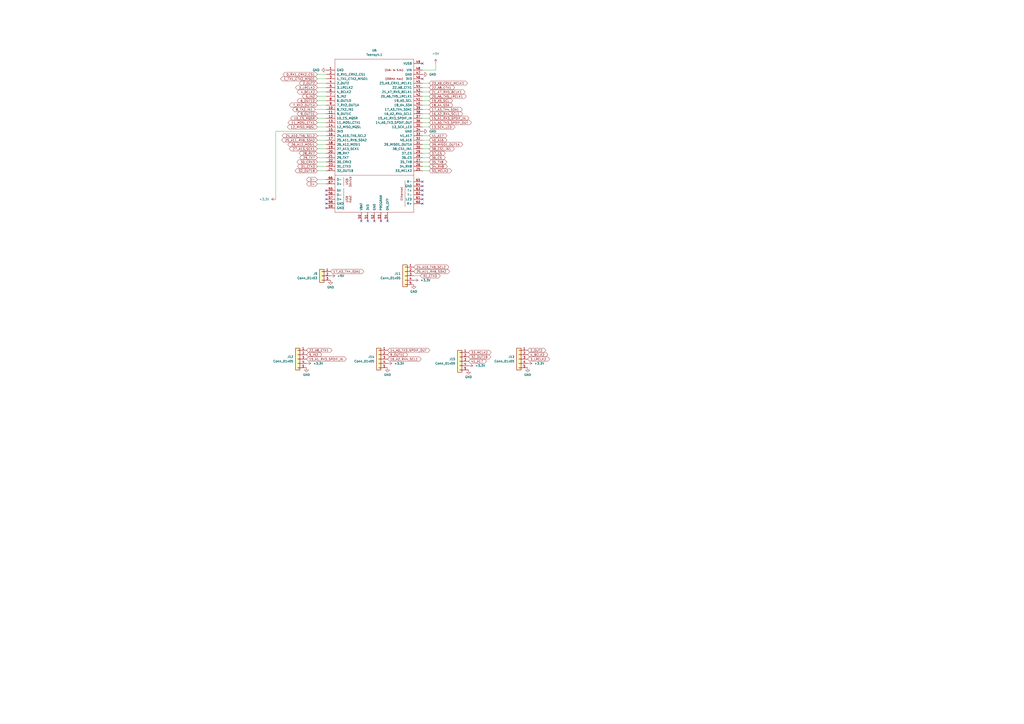
<source format=kicad_sch>
(kicad_sch (version 20231120) (generator "eeschema") (generator_version "8.0")
  (paper "A2")
  (lib_symbols
    (symbol "Connector_Generic:Conn_01x03" (pin_names (offset 1.016) hide)
      (property "Reference" "J" (at 0 5.08 0))
      (property "Value" "Conn_01x03" (at 0 -5.08 0))
      (symbol "Conn_01x03_1_1"
        (rectangle (start -1.27 -2.413) (end 0 -2.667) (stroke (width 0.1524)))
        (rectangle (start -1.27 0.127) (end 0 -0.127) (stroke (width 0.1524)))
        (rectangle (start -1.27 2.667) (end 0 2.413) (stroke (width 0.1524)))
        (rectangle (start -1.27 3.81) (end 1.27 -3.81) (stroke (width 0.254)) (fill (type background)))
        (pin passive line (at -5.08 2.54 0) (length 3.81) (name "Pin_1") (number "1"))
        (pin passive line (at -5.08 0 0) (length 3.81) (name "Pin_2") (number "2"))
        (pin passive line (at -5.08 -2.54 0) (length 3.81) (name "Pin_3") (number "3"))
      )
    )
    (symbol "Connector_Generic:Conn_01x05" (pin_names (offset 1.016) hide)
      (property "Reference" "J" (at 0 7.62 0))
      (property "Value" "Conn_01x05" (at 0 -7.62 0))
      (symbol "Conn_01x05_1_1"
        (rectangle (start -1.27 -4.953) (end 0 -5.207) (stroke (width 0.1524)))
        (rectangle (start -1.27 -2.413) (end 0 -2.667) (stroke (width 0.1524)))
        (rectangle (start -1.27 0.127) (end 0 -0.127) (stroke (width 0.1524)))
        (rectangle (start -1.27 2.667) (end 0 2.413) (stroke (width 0.1524)))
        (rectangle (start -1.27 5.207) (end 0 4.953) (stroke (width 0.1524)))
        (rectangle (start -1.27 6.35) (end 1.27 -6.35) (stroke (width 0.254)) (fill (type background)))
        (pin passive line (at -5.08 5.08 0) (length 3.81) (name "Pin_1") (number "1"))
        (pin passive line (at -5.08 2.54 0) (length 3.81) (name "Pin_2") (number "2"))
        (pin passive line (at -5.08 0 0) (length 3.81) (name "Pin_3") (number "3"))
        (pin passive line (at -5.08 -2.54 0) (length 3.81) (name "Pin_4") (number "4"))
        (pin passive line (at -5.08 -5.08 0) (length 3.81) (name "Pin_5") (number "5"))
      )
    )
    (symbol "power:+3.3V" (power) (pin_names (offset 0))
      (property "Value" "+3.3V" (at 0 3.556 0))
      (symbol "+3.3V_0_1"
        (polyline (pts (xy -0.762 1.27) (xy 0 2.54)))
        (polyline (pts (xy 0 0) (xy 0 2.54)))
        (polyline (pts (xy 0 2.54) (xy 0.762 1.27)))
      )
      (symbol "+3.3V_1_1"
        (pin power_in line (at 0 0 90) (length 0) hide (name "+3.3V") (number "1"))
      )
    )
    (symbol "power:+5V" (power) (pin_names (offset 0))
      (property "Value" "+5V" (at 0 3.556 0))
      (symbol "+5V_0_1"
        (polyline (pts (xy -0.762 1.27) (xy 0 2.54)))
        (polyline (pts (xy 0 0) (xy 0 2.54)))
        (polyline (pts (xy 0 2.54) (xy 0.762 1.27)))
      )
      (symbol "+5V_1_1"
        (pin power_in line (at 0 0 90) (length 0) hide (name "+5V") (number "1"))
      )
    )
    (symbol "power:GND" (power) (pin_names (offset 0))
      (property "Value" "GND" (at 0 -3.81 0))
      (symbol "GND_0_1"
        (polyline (pts (xy 0 0) (xy 0 -1.27) (xy 1.27 -1.27) (xy 0 -2.54) (xy -1.27 -1.27) (xy 0 -1.27)))
      )
      (symbol "GND_1_1"
        (pin power_in line (at 0 0 270) (length 0) hide (name "GND") (number "1"))
      )
    )
    (symbol "teensy:Teensy4.1" (pin_names (offset 1.016))
      (property "Reference" "U" (at 0 64.77 0))
      (property "Value" "Teensy4.1" (at 0 62.23 0))
      (symbol "Teensy4.1_0_0"
        (polyline (pts (xy -22.86 -6.35) (xy 22.86 -6.35)))
        (polyline (pts (xy -17.78 -26.67) (xy -17.78 -13.97)))
        (polyline (pts (xy -17.78 -7.62) (xy -17.78 -12.7)))
        (polyline (pts (xy 17.78 -9.525) (xy 17.78 -24.765)))
        (text "(250mA max)" (at 11.43 49.53 0) (effects (font (size 1.016 1.016))))
        (text "(3.6v to 5.5v)" (at 11.43 54.61 0) (effects (font (size 1.016 1.016))))
        (text "Device" (at -13.97 -10.16 900) (effects (font (size 1.27 1.27))))
        (text "Ethernet" (at 15.875 -17.145 900) (effects (font (size 1.27 1.27))))
        (text "Host" (at -13.97 -20.32 900) (effects (font (size 1.27 1.27))))
        (text "USB" (at -15.875 -20.32 900) (effects (font (size 1.27 1.27))))
        (text "USB" (at -15.875 -10.16 900) (effects (font (size 1.27 1.27))))
        (pin bidirectional line (at -27.94 31.75 0) (length 5.08) (name "8_TX2_IN1") (number "10"))
        (pin bidirectional line (at -27.94 29.21 0) (length 5.08) (name "9_OUT1C") (number "11"))
        (pin bidirectional line (at -27.94 26.67 0) (length 5.08) (name "10_CS_MQSR") (number "12"))
        (pin bidirectional line (at -27.94 24.13 0) (length 5.08) (name "11_MOSI_CTX1") (number "13"))
        (pin bidirectional line (at -27.94 21.59 0) (length 5.08) (name "12_MISO_MQSL") (number "14"))
        (pin power_in line (at -27.94 19.05 0) (length 5.08) (name "3V3") (number "15"))
        (pin bidirectional line (at -27.94 16.51 0) (length 5.08) (name "24_A10_TX6_SCL2") (number "16"))
        (pin bidirectional line (at -27.94 13.97 0) (length 5.08) (name "25_A11_RX6_SDA2") (number "17"))
        (pin bidirectional line (at -27.94 11.43 0) (length 5.08) (name "26_A12_MOSI1") (number "18"))
        (pin bidirectional line (at -27.94 8.89 0) (length 5.08) (name "27_A13_SCK1") (number "19"))
        (pin bidirectional line (at -27.94 6.35 0) (length 5.08) (name "28_RX7") (number "20"))
        (pin bidirectional line (at -27.94 3.81 0) (length 5.08) (name "29_TX7") (number "21"))
        (pin bidirectional line (at -27.94 1.27 0) (length 5.08) (name "30_CRX3") (number "22"))
        (pin bidirectional line (at -27.94 -1.27 0) (length 5.08) (name "31_CTX3") (number "23"))
        (pin bidirectional line (at -27.94 -3.81 0) (length 5.08) (name "32_OUT1B") (number "24"))
        (pin bidirectional line (at 27.94 -3.81 180) (length 5.08) (name "33_MCLK2") (number "25"))
        (pin bidirectional line (at 27.94 -1.27 180) (length 5.08) (name "34_RX8") (number "26"))
        (pin bidirectional line (at 27.94 1.27 180) (length 5.08) (name "35_TX8") (number "27"))
        (pin bidirectional line (at 27.94 3.81 180) (length 5.08) (name "36_CS") (number "28"))
        (pin bidirectional line (at 27.94 6.35 180) (length 5.08) (name "37_CS") (number "29"))
        (pin bidirectional line (at 27.94 8.89 180) (length 5.08) (name "38_CS1_IN1") (number "30"))
        (pin bidirectional line (at 27.94 11.43 180) (length 5.08) (name "39_MISO1_OUT1A") (number "31"))
        (pin bidirectional line (at 27.94 13.97 180) (length 5.08) (name "40_A16") (number "32"))
        (pin bidirectional line (at 27.94 16.51 180) (length 5.08) (name "41_A17") (number "33"))
        (pin bidirectional line (at 27.94 21.59 180) (length 5.08) (name "13_SCK_LED") (number "35"))
        (pin bidirectional line (at 27.94 24.13 180) (length 5.08) (name "14_A0_TX3_SPDIF_OUT") (number "36"))
        (pin bidirectional line (at 27.94 26.67 180) (length 5.08) (name "15_A1_RX3_SPDIF_IN") (number "37"))
        (pin bidirectional line (at 27.94 29.21 180) (length 5.08) (name "16_A2_RX4_SCL1") (number "38"))
        (pin bidirectional line (at 27.94 31.75 180) (length 5.08) (name "17_A3_TX4_SDA1") (number "39"))
        (pin bidirectional line (at 27.94 34.29 180) (length 5.08) (name "18_A4_SDA") (number "40"))
        (pin bidirectional line (at 27.94 36.83 180) (length 5.08) (name "19_A5_SCL") (number "41"))
        (pin bidirectional line (at 27.94 39.37 180) (length 5.08) (name "20_A6_TX5_LRCLK1") (number "42"))
        (pin bidirectional line (at 27.94 41.91 180) (length 5.08) (name "21_A7_RX5_BCLK1") (number "43"))
        (pin bidirectional line (at 27.94 44.45 180) (length 5.08) (name "22_A8_CTX1") (number "44"))
        (pin bidirectional line (at 27.94 46.99 180) (length 5.08) (name "23_A9_CRX1_MCLK1") (number "45"))
        (pin output line (at 27.94 49.53 180) (length 5.08) (name "3V3") (number "46"))
        (pin output line (at 27.94 52.07 180) (length 5.08) (name "GND") (number "47"))
        (pin power_in line (at 27.94 54.61 180) (length 5.08) (name "VIN") (number "48"))
        (pin power_out line (at 27.94 58.42 180) (length 5.08) (name "VUSB") (number "49"))
        (pin bidirectional line (at -27.94 44.45 0) (length 5.08) (name "3_LRCLK2") (number "5"))
        (pin power_in line (at -7.62 -33.02 90) (length 5.08) (name "VBAT") (number "50"))
        (pin power_in line (at -3.81 -33.02 90) (length 5.08) (name "3V3") (number "51"))
        (pin input line (at 0 -33.02 90) (length 5.08) (name "GND") (number "52"))
        (pin input line (at 3.81 -33.02 90) (length 5.08) (name "PROGRAM") (number "53"))
        (pin input line (at 7.62 -33.02 90) (length 5.08) (name "ON_OFF") (number "54"))
        (pin power_out line (at -27.94 -15.24 0) (length 5.08) (name "5V") (number "55"))
        (pin bidirectional line (at -27.94 -17.78 0) (length 5.08) (name "D-") (number "56"))
        (pin bidirectional line (at -27.94 -20.32 0) (length 5.08) (name "D+") (number "57"))
        (pin power_in line (at -27.94 -22.86 0) (length 5.08) (name "GND") (number "58"))
        (pin power_in line (at -27.94 -25.4 0) (length 5.08) (name "GND") (number "59"))
        (pin bidirectional line (at -27.94 41.91 0) (length 5.08) (name "4_BCLK2") (number "6"))
        (pin bidirectional line (at 27.94 -22.86 180) (length 5.08) (name "R+") (number "60"))
        (pin bidirectional line (at 27.94 -20.32 180) (length 5.08) (name "LED") (number "61"))
        (pin bidirectional line (at 27.94 -17.78 180) (length 5.08) (name "T-") (number "62"))
        (pin bidirectional line (at 27.94 -15.24 180) (length 5.08) (name "T+") (number "63"))
        (pin power_in line (at 27.94 -12.7 180) (length 5.08) (name "GND") (number "64"))
        (pin bidirectional line (at 27.94 -10.16 180) (length 5.08) (name "R-") (number "65"))
        (pin bidirectional line (at -27.94 -8.89 0) (length 5.08) (name "D-") (number "66"))
        (pin bidirectional line (at -27.94 -11.43 0) (length 5.08) (name "D+") (number "67"))
        (pin bidirectional line (at -27.94 39.37 0) (length 5.08) (name "5_IN2") (number "7"))
        (pin bidirectional line (at -27.94 36.83 0) (length 5.08) (name "6_OUT1D") (number "8"))
        (pin bidirectional line (at -27.94 34.29 0) (length 5.08) (name "7_RX2_OUT1A") (number "9"))
      )
      (symbol "Teensy4.1_0_1"
        (rectangle (start -22.86 60.96) (end 22.86 -27.94))
        (rectangle (start -20.32 -1.27) (end -20.32 -1.27))
      )
      (symbol "Teensy4.1_1_1"
        (pin power_in line (at -27.94 54.61 0) (length 5.08) (name "GND") (number "1"))
        (pin bidirectional line (at -27.94 52.07 0) (length 5.08) (name "0_RX1_CRX2_CS1") (number "2"))
        (pin bidirectional line (at -27.94 49.53 0) (length 5.08) (name "1_TX1_CTX2_MISO1") (number "3"))
        (pin power_in line (at 27.94 19.05 180) (length 5.08) (name "GND") (number "34"))
        (pin bidirectional line (at -27.94 46.99 0) (length 5.08) (name "2_OUT2") (number "4"))
      )
    )
  )
  (no_connect (at 245.11 113.03))
  (no_connect (at 189.23 118.11))
  (no_connect (at 189.23 113.03))
  (no_connect (at 245.11 110.49))
  (no_connect (at 209.55 128.27))
  (no_connect (at 217.17 128.27))
  (no_connect (at 213.36 128.27))
  (no_connect (at 220.98 128.27))
  (no_connect (at 245.11 105.41))
  (no_connect (at 245.11 45.72))
  (no_connect (at 245.11 118.11))
  (no_connect (at 189.23 120.65))
  (no_connect (at 245.11 115.57))
  (no_connect (at 245.11 36.83))
  (no_connect (at 245.11 107.95))
  (no_connect (at 189.23 115.57))
  (no_connect (at 224.79 128.27))
  (no_connect (at 189.23 110.49))
  (wire (pts (xy 248.92 73.66) (xy 245.11 73.66)))
  (wire (pts (xy 184.15 88.9) (xy 189.23 88.9)))
  (wire (pts (xy 252.73 40.64) (xy 245.11 40.64)))
  (wire (pts (xy 248.92 48.26) (xy 245.11 48.26)))
  (wire (pts (xy 248.92 68.58) (xy 245.11 68.58)))
  (wire (pts (xy 184.15 96.52) (xy 189.23 96.52)))
  (wire (pts (xy 184.15 60.96) (xy 189.23 60.96)))
  (wire (pts (xy 184.15 50.8) (xy 189.23 50.8)))
  (wire (pts (xy 184.15 71.12) (xy 189.23 71.12)))
  (wire (pts (xy 248.92 71.12) (xy 245.11 71.12)))
  (wire (pts (xy 248.92 91.44) (xy 245.11 91.44)))
  (wire (pts (xy 184.15 43.18) (xy 189.23 43.18)))
  (wire (pts (xy 184.15 68.58) (xy 189.23 68.58)))
  (wire (pts (xy 248.92 55.88) (xy 245.11 55.88)))
  (wire (pts (xy 184.15 73.66) (xy 189.23 73.66)))
  (wire (pts (xy 184.15 48.26) (xy 189.23 48.26)))
  (wire (pts (xy 184.15 91.44) (xy 189.23 91.44)))
  (wire (pts (xy 248.92 93.98) (xy 245.11 93.98)))
  (wire (pts (xy 248.92 96.52) (xy 245.11 96.52)))
  (wire (pts (xy 248.92 66.04) (xy 245.11 66.04)))
  (wire (pts (xy 248.92 53.34) (xy 245.11 53.34)))
  (wire (pts (xy 184.15 58.42) (xy 189.23 58.42)))
  (wire (pts (xy 240.03 160.02) (xy 243.84 160.02)))
  (wire (pts (xy 184.15 104.14) (xy 189.23 104.14)))
  (wire (pts (xy 184.15 66.04) (xy 189.23 66.04)))
  (wire (pts (xy 184.15 86.36) (xy 189.23 86.36)))
  (wire (pts (xy 184.15 45.72) (xy 189.23 45.72)))
  (wire (pts (xy 248.92 58.42) (xy 245.11 58.42)))
  (wire (pts (xy 252.73 36.83) (xy 252.73 40.64)))
  (wire (pts (xy 248.92 78.74) (xy 245.11 78.74)))
  (wire (pts (xy 160.02 76.2) (xy 189.23 76.2)))
  (wire (pts (xy 184.15 81.28) (xy 189.23 81.28)))
  (wire (pts (xy 248.92 60.96) (xy 245.11 60.96)))
  (wire (pts (xy 184.15 55.88) (xy 189.23 55.88)))
  (wire (pts (xy 184.15 93.98) (xy 189.23 93.98)))
  (wire (pts (xy 248.92 99.06) (xy 245.11 99.06)))
  (wire (pts (xy 248.92 83.82) (xy 245.11 83.82)))
  (wire (pts (xy 184.15 99.06) (xy 189.23 99.06)))
  (wire (pts (xy 248.92 81.28) (xy 245.11 81.28)))
  (wire (pts (xy 182.88 63.5) (xy 189.23 63.5)))
  (wire (pts (xy 248.92 88.9) (xy 245.11 88.9)))
  (wire (pts (xy 184.15 78.74) (xy 189.23 78.74)))
  (wire (pts (xy 184.15 83.82) (xy 189.23 83.82)))
  (wire (pts (xy 184.15 53.34) (xy 189.23 53.34)))
  (wire (pts (xy 248.92 50.8) (xy 245.11 50.8)))
  (wire (pts (xy 160.02 115.57) (xy 160.02 76.2)))
  (wire (pts (xy 248.92 63.5) (xy 245.11 63.5)))
  (wire (pts (xy 184.15 106.68) (xy 189.23 106.68)))
  (wire (pts (xy 248.92 86.36) (xy 245.11 86.36)))
  (global_label "22_A8_CTX1" (shape bidirectional) (at 248.92 50.8 0) (property "Intersheetrefs" "${INTERSHEET_REFS}" (effects (hide yes))))
  (global_label "37_CS" (shape bidirectional) (at 248.92 88.9 0) (property "Intersheetrefs" "${INTERSHEET_REFS}" (effects (hide yes))))
  (global_label "25_A11_RX6_SDA2" (shape bidirectional) (at 184.15 81.28 180) (property "Intersheetrefs" "${INTERSHEET_REFS}" (effects (hide yes))))
  (global_label "3_LRCLK2" (shape bidirectional) (at 306.07 208.28 0) (property "Intersheetrefs" "${INTERSHEET_REFS}" (effects (hide yes))))
  (global_label "17_A3_TX4_SDA1" (shape bidirectional) (at 191.77 157.48 0) (property "Intersheetrefs" "${INTERSHEET_REFS}" (effects (hide yes))))
  (global_label "3_LRCLK2" (shape bidirectional) (at 184.15 50.8 180) (property "Intersheetrefs" "${INTERSHEET_REFS}" (effects (hide yes))))
  (global_label "5_IN2" (shape bidirectional) (at 177.8 205.74 0) (property "Intersheetrefs" "${INTERSHEET_REFS}" (effects (hide yes))))
  (global_label "35_TX8" (shape bidirectional) (at 248.92 93.98 0) (property "Intersheetrefs" "${INTERSHEET_REFS}" (effects (hide yes))))
  (global_label "9_OUT1C" (shape bidirectional) (at 224.79 205.74 0) (property "Intersheetrefs" "${INTERSHEET_REFS}" (effects (hide yes))))
  (global_label "32_OUT1B" (shape bidirectional) (at 271.78 207.01 0) (property "Intersheetrefs" "${INTERSHEET_REFS}" (effects (hide yes))))
  (global_label "32_OUT1B" (shape bidirectional) (at 184.15 99.06 180) (property "Intersheetrefs" "${INTERSHEET_REFS}" (effects (hide yes))))
  (global_label "4_BCLK2" (shape bidirectional) (at 184.15 53.34 180) (property "Intersheetrefs" "${INTERSHEET_REFS}" (effects (hide yes))))
  (global_label "5_IN2" (shape bidirectional) (at 184.15 55.88 180) (property "Intersheetrefs" "${INTERSHEET_REFS}" (effects (hide yes))))
  (global_label "40_A16" (shape bidirectional) (at 248.92 81.28 0) (property "Intersheetrefs" "${INTERSHEET_REFS}" (effects (hide yes))))
  (global_label "23_A9_CRX1_MCLK1" (shape bidirectional) (at 248.92 48.26 0) (property "Intersheetrefs" "${INTERSHEET_REFS}" (effects (hide yes))))
  (global_label "15_A1_RX3_SPDIF_IN" (shape bidirectional) (at 177.8 208.28 0) (property "Intersheetrefs" "${INTERSHEET_REFS}" (effects (hide yes))))
  (global_label "7_RX2_OUT1A" (shape bidirectional) (at 184.15 60.96 180) (property "Intersheetrefs" "${INTERSHEET_REFS}" (effects (hide yes))))
  (global_label "33_MCLK2" (shape bidirectional) (at 248.92 99.06 0) (property "Intersheetrefs" "${INTERSHEET_REFS}" (effects (hide yes))))
  (global_label "25_A11_RX6_SDA2" (shape bidirectional) (at 240.03 157.48 0) (property "Intersheetrefs" "${INTERSHEET_REFS}" (effects (hide yes))))
  (global_label "1_TX1_CTX2_MISO1" (shape bidirectional) (at 184.15 45.72 180) (property "Intersheetrefs" "${INTERSHEET_REFS}" (effects (hide yes))))
  (global_label "19_A5_SCL" (shape bidirectional) (at 248.92 58.42 0) (property "Intersheetrefs" "${INTERSHEET_REFS}" (effects (hide yes))))
  (global_label "12_MISO_MQSL" (shape bidirectional) (at 184.15 73.66 180) (property "Intersheetrefs" "${INTERSHEET_REFS}" (effects (hide yes))))
  (global_label "6_OUT1D" (shape bidirectional) (at 184.15 58.42 180) (property "Intersheetrefs" "${INTERSHEET_REFS}" (effects (hide yes))))
  (global_label "9_OUT1C" (shape bidirectional) (at 184.15 66.04 180) (property "Intersheetrefs" "${INTERSHEET_REFS}" (effects (hide yes))))
  (global_label "28_RX7" (shape bidirectional) (at 184.15 88.9 180) (property "Intersheetrefs" "${INTERSHEET_REFS}" (effects (hide yes))))
  (global_label "D-" (shape bidirectional) (at 184.15 104.14 180) (property "Intersheetrefs" "${INTERSHEET_REFS}" (effects (hide yes))))
  (global_label "39_MISO1_OUT1A" (shape bidirectional) (at 248.92 83.82 0) (property "Intersheetrefs" "${INTERSHEET_REFS}" (effects (hide yes))))
  (global_label "26_A12_MOSI1" (shape bidirectional) (at 184.15 83.82 180) (property "Intersheetrefs" "${INTERSHEET_REFS}" (effects (hide yes))))
  (global_label "D+" (shape bidirectional) (at 184.15 106.68 180) (property "Intersheetrefs" "${INTERSHEET_REFS}" (effects (hide yes))))
  (global_label "41_A17" (shape bidirectional) (at 271.78 209.55 0) (property "Intersheetrefs" "${INTERSHEET_REFS}" (effects (hide yes))))
  (global_label "21_A7_RX5_BCLK1" (shape bidirectional) (at 248.92 53.34 0) (property "Intersheetrefs" "${INTERSHEET_REFS}" (effects (hide yes))))
  (global_label "20_A6_TX5_LRCLK1" (shape bidirectional) (at 248.92 55.88 0) (property "Intersheetrefs" "${INTERSHEET_REFS}" (effects (hide yes))))
  (global_label "31_CTX3" (shape bidirectional) (at 184.15 96.52 180) (property "Intersheetrefs" "${INTERSHEET_REFS}" (effects (hide yes))))
  (global_label "8_TX2_IN1" (shape bidirectional) (at 182.88 63.5 180) (property "Intersheetrefs" "${INTERSHEET_REFS}" (effects (hide yes))))
  (global_label "36_CS" (shape bidirectional) (at 248.92 91.44 0) (property "Intersheetrefs" "${INTERSHEET_REFS}" (effects (hide yes))))
  (global_label "0_RX1_CRX2_CS1" (shape bidirectional) (at 184.15 43.18 180) (property "Intersheetrefs" "${INTERSHEET_REFS}" (effects (hide yes))))
  (global_label "2_OUT2" (shape bidirectional) (at 306.07 203.2 0) (property "Intersheetrefs" "${INTERSHEET_REFS}" (effects (hide yes))))
  (global_label "27_A13_SCK1" (shape bidirectional) (at 184.15 86.36 180) (property "Intersheetrefs" "${INTERSHEET_REFS}" (effects (hide yes))))
  (global_label "34_RX8" (shape bidirectional) (at 248.92 96.52 0) (property "Intersheetrefs" "${INTERSHEET_REFS}" (effects (hide yes))))
  (global_label "13_SCK_LED" (shape bidirectional) (at 248.92 73.66 0) (property "Intersheetrefs" "${INTERSHEET_REFS}" (effects (hide yes))))
  (global_label "31_CTX3" (shape bidirectional) (at 243.84 160.02 0) (property "Intersheetrefs" "${INTERSHEET_REFS}" (effects (hide yes))))
  (global_label "38_CS1_IN1" (shape bidirectional) (at 248.92 86.36 0) (property "Intersheetrefs" "${INTERSHEET_REFS}" (effects (hide yes))))
  (global_label "14_A0_TX3_SPDIF_OUT" (shape bidirectional) (at 248.92 71.12 0) (property "Intersheetrefs" "${INTERSHEET_REFS}" (effects (hide yes))))
  (global_label "18_A4_SDA" (shape bidirectional) (at 248.92 60.96 0) (property "Intersheetrefs" "${INTERSHEET_REFS}" (effects (hide yes))))
  (global_label "24_A10_TX6_SCL2" (shape bidirectional) (at 184.15 78.74 180) (property "Intersheetrefs" "${INTERSHEET_REFS}" (effects (hide yes))))
  (global_label "11_MOSI_CTX1" (shape bidirectional) (at 184.15 71.12 180) (property "Intersheetrefs" "${INTERSHEET_REFS}" (effects (hide yes))))
  (global_label "14_A0_TX3_SPDIF_OUT" (shape bidirectional) (at 224.79 203.2 0) (property "Intersheetrefs" "${INTERSHEET_REFS}" (effects (hide yes))))
  (global_label "41_A17" (shape bidirectional) (at 248.92 78.74 0) (property "Intersheetrefs" "${INTERSHEET_REFS}" (effects (hide yes))))
  (global_label "16_A2_RX4_SCL1" (shape bidirectional) (at 248.92 66.04 0) (property "Intersheetrefs" "${INTERSHEET_REFS}" (effects (hide yes))))
  (global_label "30_CRX3" (shape bidirectional) (at 184.15 93.98 180) (property "Intersheetrefs" "${INTERSHEET_REFS}" (effects (hide yes))))
  (global_label "29_TX7" (shape bidirectional) (at 184.15 91.44 180) (property "Intersheetrefs" "${INTERSHEET_REFS}" (effects (hide yes))))
  (global_label "33_MCLK2" (shape bidirectional) (at 271.78 204.47 0) (property "Intersheetrefs" "${INTERSHEET_REFS}" (effects (hide yes))))
  (global_label "10_CS_MQSR" (shape bidirectional) (at 184.15 68.58 180) (property "Intersheetrefs" "${INTERSHEET_REFS}" (effects (hide yes))))
  (global_label "16_A2_RX4_SCL1" (shape bidirectional) (at 224.79 208.28 0) (property "Intersheetrefs" "${INTERSHEET_REFS}" (effects (hide yes))))
  (global_label "24_A10_TX6_SCL2" (shape bidirectional) (at 240.03 154.94 0) (property "Intersheetrefs" "${INTERSHEET_REFS}" (effects (hide yes))))
  (global_label "4_BCLK2" (shape bidirectional) (at 306.07 205.74 0) (property "Intersheetrefs" "${INTERSHEET_REFS}" (effects (hide yes))))
  (global_label "2_OUT2" (shape bidirectional) (at 184.15 48.26 180) (property "Intersheetrefs" "${INTERSHEET_REFS}" (effects (hide yes))))
  (global_label "22_A8_CTX1" (shape bidirectional) (at 177.8 203.2 0) (property "Intersheetrefs" "${INTERSHEET_REFS}" (effects (hide yes))))
  (global_label "17_A3_TX4_SDA1" (shape bidirectional) (at 248.92 63.5 0) (property "Intersheetrefs" "${INTERSHEET_REFS}" (effects (hide yes))))
  (global_label "15_A1_RX3_SPDIF_IN" (shape bidirectional) (at 248.92 68.58 0) (property "Intersheetrefs" "${INTERSHEET_REFS}" (effects (hide yes))))
  (symbol (lib_id "power:+3.3V") (at 240.03 162.56 270) (unit 1)
    (property "Reference" "#PWR048" (effects (hide yes)))
    (property "Value" "+3.3V" (at 243.84 162.5599 90) (effects (justify left)))
  )
  (symbol (lib_id "power:GND") (at 224.79 213.36 0) (mirror y) (unit 1)
    (property "Reference" "#PWR062" (effects (hide yes)))
    (property "Value" "GND" (at 224.79 217.424 0))
  )
  (symbol (lib_id "power:+3.3V") (at 271.78 212.09 270) (unit 1)
    (property "Reference" "#PWR063" (effects (hide yes)))
    (property "Value" "+3.3V" (at 275.59 212.0899 90) (effects (justify left)))
  )
  (symbol (lib_id "power:GND") (at 191.77 162.56 0) (unit 1)
    (property "Reference" "#PWR050" (effects (hide yes)))
    (property "Value" "GND" (at 191.77 166.624 0))
  )
  (symbol (lib_id "power:+3.3V") (at 224.79 210.82 270) (unit 1)
    (property "Reference" "#PWR061" (effects (hide yes)))
    (property "Value" "+3.3V" (at 228.6 210.8199 90) (effects (justify left)))
  )
  (symbol (lib_id "power:+5V") (at 191.77 160.02 270) (mirror x) (unit 1)
    (property "Reference" "#PWR049" (effects (hide yes)))
    (property "Value" "+5V" (at 195.58 160.0199 90) (effects (justify left)))
  )
  (symbol (lib_id "power:GND") (at 240.03 165.1 0) (mirror y) (unit 1)
    (property "Reference" "#PWR053" (effects (hide yes)))
    (property "Value" "GND" (at 240.03 169.164 0))
  )
  (symbol (lib_id "Connector_Generic:Conn_01x05") (at 266.7 209.55 0) (mirror y) (unit 1)
    (property "Reference" "J15" (at 264.16 208.2799 0) (effects (justify left)))
    (property "Value" "Conn_01x05" (at 264.16 210.8199 0) (effects (justify left)))
    (property "Footprint" "Connector_JST:JST_PH_B5B-PH-K_1x05_P2.00mm_Vertical" (effects (hide yes)))
    (property "Description" "Generic connector, single row, 01x05, script generated (kicad-library-utils/schlib/autogen/connector/)" (effects (hide yes)))
    (property "lcsc#" "C157993" (effects (hide yes)))
  )
  (symbol (lib_id "power:+3.3V") (at 177.8 210.82 270) (unit 1)
    (property "Reference" "#PWR057" (effects (hide yes)))
    (property "Value" "+3.3V" (at 181.61 210.8199 90) (effects (justify left)))
  )
  (symbol (lib_id "power:+3.3V") (at 306.07 210.82 270) (unit 1)
    (property "Reference" "#PWR059" (effects (hide yes)))
    (property "Value" "+3.3V" (at 309.88 210.8199 90) (effects (justify left)))
  )
  (symbol (lib_id "power:GND") (at 245.11 43.18 90) (mirror x) (unit 1)
    (property "Reference" "#PWR045" (effects (hide yes)))
    (property "Value" "GND" (at 248.92 43.1799 90) (effects (justify right)))
  )
  (symbol (lib_id "power:GND") (at 306.07 213.36 0) (mirror y) (unit 1)
    (property "Reference" "#PWR060" (effects (hide yes)))
    (property "Value" "GND" (at 306.07 217.424 0))
  )
  (symbol (lib_id "Connector_Generic:Conn_01x05") (at 234.95 160.02 0) (mirror y) (unit 1)
    (property "Reference" "J11" (at 232.41 158.7499 0) (effects (justify left)))
    (property "Value" "Conn_01x05" (at 232.41 161.2899 0) (effects (justify left)))
    (property "Footprint" "Connector_JST:JST_PH_B5B-PH-K_1x05_P2.00mm_Vertical" (effects (hide yes)))
    (property "Description" "Generic connector, single row, 01x05, script generated (kicad-library-utils/schlib/autogen/connector/)" (effects (hide yes)))
    (property "lcsc#" "C157993" (effects (hide yes)))
  )
  (symbol (lib_id "power:+5V") (at 252.73 36.83 0) (unit 1)
    (property "Reference" "#PWR043" (effects (hide yes)))
    (property "Value" "+5V" (at 252.73 31.115 0))
  )
  (symbol (lib_id "Connector_Generic:Conn_01x05") (at 172.72 208.28 0) (mirror y) (unit 1)
    (property "Reference" "J12" (at 170.18 207.0099 0) (effects (justify left)))
    (property "Value" "Conn_01x05" (at 170.18 209.5499 0) (effects (justify left)))
    (property "Footprint" "Connector_JST:JST_PH_B5B-PH-K_1x05_P2.00mm_Vertical" (effects (hide yes)))
    (property "Description" "Generic connector, single row, 01x05, script generated (kicad-library-utils/schlib/autogen/connector/)" (effects (hide yes)))
    (property "lcsc#" "C157993" (effects (hide yes)))
  )
  (symbol (lib_id "power:+3.3V") (at 160.02 115.57 90) (unit 1)
    (property "Reference" "#PWR01" (effects (hide yes)))
    (property "Value" "+3.3V" (at 156.21 115.5699 90) (effects (justify left)))
  )
  (symbol (lib_id "Connector_Generic:Conn_01x05") (at 219.71 208.28 0) (mirror y) (unit 1)
    (property "Reference" "J14" (at 217.17 207.0099 0) (effects (justify left)))
    (property "Value" "Conn_01x05" (at 217.17 209.5499 0) (effects (justify left)))
    (property "Footprint" "Connector_JST:JST_PH_B5B-PH-K_1x05_P2.00mm_Vertical" (effects (hide yes)))
    (property "Description" "Generic connector, single row, 01x05, script generated (kicad-library-utils/schlib/autogen/connector/)" (effects (hide yes)))
    (property "lcsc#" "C157993" (effects (hide yes)))
  )
  (symbol (lib_id "power:GND") (at 271.78 214.63 0) (mirror y) (unit 1)
    (property "Reference" "#PWR064" (effects (hide yes)))
    (property "Value" "GND" (at 271.78 218.694 0))
  )
  (symbol (lib_id "power:GND") (at 177.8 213.36 0) (mirror y) (unit 1)
    (property "Reference" "#PWR058" (effects (hide yes)))
    (property "Value" "GND" (at 177.8 217.424 0))
  )
  (symbol (lib_id "Connector_Generic:Conn_01x05") (at 300.99 208.28 0) (mirror y) (unit 1)
    (property "Reference" "J13" (at 298.45 207.0099 0) (effects (justify left)))
    (property "Value" "Conn_01x05" (at 298.45 209.5499 0) (effects (justify left)))
    (property "Footprint" "Connector_JST:JST_PH_B5B-PH-K_1x05_P2.00mm_Vertical" (effects (hide yes)))
    (property "Description" "Generic connector, single row, 01x05, script generated (kicad-library-utils/schlib/autogen/connector/)" (effects (hide yes)))
    (property "lcsc#" "C157993" (effects (hide yes)))
  )
  (symbol (lib_id "power:GND") (at 245.11 76.2 90) (mirror x) (unit 1)
    (property "Reference" "#PWR044" (effects (hide yes)))
    (property "Value" "GND" (at 248.92 76.1999 90) (effects (justify right)))
  )
  (symbol (lib_id "power:GND") (at 189.23 40.64 270) (mirror x) (unit 1)
    (property "Reference" "#PWR046" (effects (hide yes)))
    (property "Value" "GND" (at 185.42 40.6399 90) (effects (justify right)))
  )
  (symbol (lib_id "teensy:Teensy4.1") (at 217.17 95.25 0) (unit 1) (in_bom no)
    (property "Reference" "U6" (at 217.17 29.21 0))
    (property "Value" "Teensy4.1" (at 217.17 31.75 0))
    (property "Footprint" "myLibKicad:Teensy41" (effects (hide yes)))
    (property "lcsc#" "----" (effects (hide yes)))
  )
  (symbol (lib_id "Connector_Generic:Conn_01x03") (at 186.69 160.02 0) (mirror y) (unit 1)
    (property "Reference" "J9" (at 184.15 158.7499 0) (effects (justify left)))
    (property "Value" "Conn_01x03" (at 184.15 161.2899 0) (effects (justify left)))
    (property "Footprint" "Connector_JST:JST_PH_B3B-PH-K_1x03_P2.00mm_Vertical" (effects (hide yes)))
    (property "Description" "Generic connector, single row, 01x03, script generated (kicad-library-utils/schlib/autogen/connector/)" (effects (hide yes)))
    (property "lcsc#" "C131339" (effects (hide yes)))
  )
)
</source>
